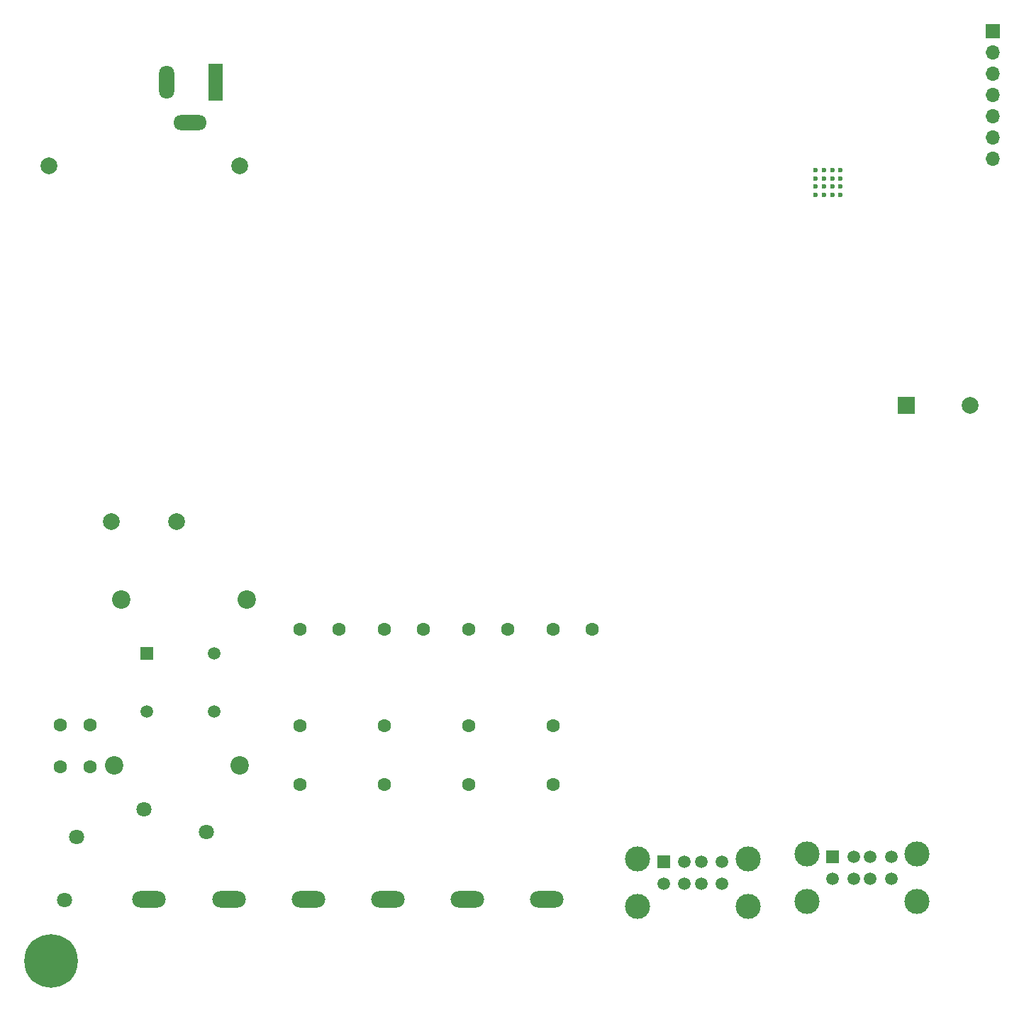
<source format=gbr>
%TF.GenerationSoftware,KiCad,Pcbnew,9.0.2*%
%TF.CreationDate,2025-09-14T14:50:59+07:00*%
%TF.ProjectId,train1,74726169-6e31-42e6-9b69-6361645f7063,rev?*%
%TF.SameCoordinates,Original*%
%TF.FileFunction,Copper,L2,Bot*%
%TF.FilePolarity,Positive*%
%FSLAX46Y46*%
G04 Gerber Fmt 4.6, Leading zero omitted, Abs format (unit mm)*
G04 Created by KiCad (PCBNEW 9.0.2) date 2025-09-14 14:50:59*
%MOMM*%
%LPD*%
G01*
G04 APERTURE LIST*
G04 Aperture macros list*
%AMOutline4P*
0 Free polygon, 4 corners , with rotation*
0 The origin of the aperture is its center*
0 number of corners: always 4*
0 $1 to $8 corner X, Y*
0 $9 Rotation angle, in degrees counterclockwise*
0 create outline with 4 corners*
4,1,4,$1,$2,$3,$4,$5,$6,$7,$8,$1,$2,$9*%
G04 Aperture macros list end*
%TA.AperFunction,ComponentPad*%
%ADD10R,2.000000X2.000000*%
%TD*%
%TA.AperFunction,ComponentPad*%
%ADD11C,2.000000*%
%TD*%
%TA.AperFunction,ComponentPad*%
%ADD12O,1.700000X1.700000*%
%TD*%
%TA.AperFunction,ComponentPad*%
%ADD13R,1.700000X1.700000*%
%TD*%
%TA.AperFunction,ComponentPad*%
%ADD14C,1.607998*%
%TD*%
%TA.AperFunction,ComponentPad*%
%ADD15C,1.600000*%
%TD*%
%TA.AperFunction,ComponentPad*%
%ADD16R,1.500000X1.500000*%
%TD*%
%TA.AperFunction,ComponentPad*%
%ADD17C,1.500000*%
%TD*%
%TA.AperFunction,ComponentPad*%
%ADD18C,3.000000*%
%TD*%
%TA.AperFunction,ComponentPad*%
%ADD19Outline4P,-0.750000X-0.750000X0.750000X-0.750000X0.750000X0.750000X-0.750000X0.750000X0.000000*%
%TD*%
%TA.AperFunction,ComponentPad*%
%ADD20C,2.200000*%
%TD*%
%TA.AperFunction,ComponentPad*%
%ADD21C,1.800000*%
%TD*%
%TA.AperFunction,ComponentPad*%
%ADD22C,0.600000*%
%TD*%
%TA.AperFunction,ComponentPad*%
%ADD23R,1.800000X4.400000*%
%TD*%
%TA.AperFunction,ComponentPad*%
%ADD24O,1.800000X4.000000*%
%TD*%
%TA.AperFunction,ComponentPad*%
%ADD25O,4.000000X1.800000*%
%TD*%
%TA.AperFunction,ComponentPad*%
%ADD26O,4.000000X2.000000*%
%TD*%
%TA.AperFunction,ComponentPad*%
%ADD27C,0.800000*%
%TD*%
%TA.AperFunction,ComponentPad*%
%ADD28C,6.400000*%
%TD*%
G04 APERTURE END LIST*
D10*
%TO.P,BZ1,1,-*%
%TO.N,+5V*%
X249100000Y-74600000D03*
D11*
%TO.P,BZ1,2,+*%
%TO.N,Net-(BZ1-+)*%
X256700000Y-74600000D03*
%TD*%
D12*
%TO.P,J5,7,Pin_7*%
%TO.N,+5V*%
X259400000Y-45140000D03*
%TO.P,J5,6,Pin_6*%
%TO.N,+3.3V*%
X259400000Y-42600000D03*
%TO.P,J5,5,Pin_5*%
%TO.N,/ESP32/ESP_BOOT*%
X259400000Y-40060000D03*
%TO.P,J5,4,Pin_4*%
%TO.N,/ESP32/ESP_RX*%
X259400000Y-37520000D03*
%TO.P,J5,3,Pin_3*%
%TO.N,/ESP32/ESP_TX*%
X259400000Y-34980000D03*
%TO.P,J5,2,Pin_2*%
%TO.N,/ESP32/ESP_RST*%
X259400000Y-32440000D03*
D13*
%TO.P,J5,1,Pin_1*%
%TO.N,GND*%
X259400000Y-29900000D03*
%TD*%
D14*
%TO.P,RL3,1,1*%
%TO.N,Net-(Q4-D)*%
X186766665Y-101400000D03*
%TO.P,RL3,2,2*%
%TO.N,/RELAY/RELAY1_OUT*%
X186766665Y-112900000D03*
%TO.P,RL3,3,3*%
%TO.N,Line   *%
X186766665Y-119899998D03*
%TO.P,RL3,4,4*%
%TO.N,+5V*%
X191466666Y-101400000D03*
%TD*%
D15*
%TO.P,C2,1*%
%TO.N,Net-(PS1-AC{slash}L)*%
X148050000Y-117800000D03*
%TO.P,C2,2*%
%TO.N,Earth*%
X148050000Y-112800000D03*
%TD*%
D11*
%TO.P,PS1,1,AC/L*%
%TO.N,Net-(PS1-AC{slash}L)*%
X154200000Y-88450000D03*
%TO.P,PS1,2,AC/N*%
%TO.N,Net-(PS1-AC{slash}N)*%
X162000000Y-88450000D03*
%TO.P,PS1,3,-Vout*%
%TO.N,GND*%
X146700000Y-45950000D03*
%TO.P,PS1,4,+Vout*%
%TO.N,+5V*%
X169500000Y-45950000D03*
%TD*%
D16*
%TO.P,J2,1,VBUS1*%
%TO.N,+5V_ISO*%
X220100000Y-129120000D03*
D17*
%TO.P,J2,2,D1-*%
%TO.N,/INPUT_OUTPUT_DIGI/IN2*%
X222600000Y-129120000D03*
%TO.P,J2,3,D1+*%
%TO.N,/INPUT_OUTPUT_DIGI/IN1*%
X224600000Y-129120000D03*
%TO.P,J2,4,GND1*%
%TO.N,GND_ISO*%
X227100000Y-129120000D03*
%TO.P,J2,5,VBUS2*%
%TO.N,+5V_ISO*%
X220100000Y-131740000D03*
%TO.P,J2,6,D2-*%
%TO.N,/INPUT_OUTPUT_DIGI/OUT2*%
X222600000Y-131740000D03*
%TO.P,J2,7,D2+*%
%TO.N,/INPUT_OUTPUT_DIGI/OUT1*%
X224600000Y-131740000D03*
%TO.P,J2,8,GND2*%
%TO.N,GND_ISO*%
X227100000Y-131740000D03*
D18*
%TO.P,J2,9,Shield*%
X217030000Y-128770000D03*
X217030000Y-134450000D03*
X230170000Y-128770000D03*
X230170000Y-134450000D03*
%TD*%
D19*
%TO.P,FL1,1,1*%
%TO.N,Neutral*%
X158450000Y-104200000D03*
D17*
%TO.P,FL1,2,2*%
%TO.N,Net-(PS1-AC{slash}N)*%
X158450000Y-111200000D03*
%TO.P,FL1,3,3*%
%TO.N,Net-(C1-Pad2)*%
X166450000Y-104200000D03*
%TO.P,FL1,4,4*%
%TO.N,Net-(PS1-AC{slash}L)*%
X166450000Y-111200000D03*
%TD*%
D14*
%TO.P,RL1,1,1*%
%TO.N,Net-(Q2-D)*%
X196833331Y-101400000D03*
%TO.P,RL1,2,2*%
%TO.N,/RELAY/RELAY2_OUT*%
X196833331Y-112900000D03*
%TO.P,RL1,3,3*%
%TO.N,Line   *%
X196833331Y-119899998D03*
%TO.P,RL1,4,4*%
%TO.N,+5V*%
X201533332Y-101400000D03*
%TD*%
D20*
%TO.P,C1,1*%
%TO.N,Neutral*%
X154490000Y-117590000D03*
%TO.P,C1,2*%
%TO.N,Net-(C1-Pad2)*%
X169490000Y-117590000D03*
%TD*%
%TO.P,C3,1*%
%TO.N,Net-(PS1-AC{slash}N)*%
X155390000Y-97810000D03*
%TO.P,C3,2*%
%TO.N,Net-(PS1-AC{slash}L)*%
X170390000Y-97810000D03*
%TD*%
D14*
%TO.P,RL4,1,1*%
%TO.N,Net-(Q5-D)*%
X176699999Y-101400000D03*
%TO.P,RL4,2,2*%
%TO.N,/RELAY/RELAY3_OUT*%
X176699999Y-112900000D03*
%TO.P,RL4,3,3*%
%TO.N,Line   *%
X176699999Y-119899998D03*
%TO.P,RL4,4,4*%
%TO.N,+5V*%
X181400000Y-101400000D03*
%TD*%
D21*
%TO.P,RV1,1*%
%TO.N,Neutral*%
X158050000Y-122850000D03*
%TO.P,RV1,2*%
%TO.N,Net-(C1-Pad2)*%
X165550000Y-125550000D03*
%TD*%
D22*
%TO.P,U10,39,GND*%
%TO.N,GND*%
X238250000Y-46475000D03*
X238250000Y-47475000D03*
X238250000Y-48475000D03*
X238250000Y-49475000D03*
X239250000Y-46475000D03*
X239250000Y-47475000D03*
X239250000Y-48475000D03*
X239250000Y-49475000D03*
X240250000Y-46475000D03*
X240250000Y-47475000D03*
X240250000Y-48475000D03*
X240250000Y-49475000D03*
X241250000Y-46475000D03*
X241250000Y-47475000D03*
X241250000Y-48475000D03*
X241250000Y-49475000D03*
%TD*%
D23*
%TO.P,J1,1*%
%TO.N,/Power/A*%
X166600000Y-36000000D03*
D24*
%TO.P,J1,2*%
%TO.N,GND*%
X160800000Y-36000000D03*
D25*
X163600000Y-40800000D03*
%TD*%
D14*
%TO.P,RL2,1,1*%
%TO.N,Net-(Q3-D)*%
X206899999Y-101400000D03*
%TO.P,RL2,2,2*%
%TO.N,/RELAY/RELAY_4_CURRENT*%
X206899999Y-112900000D03*
%TO.P,RL2,3,3*%
%TO.N,Line   *%
X206899999Y-119899998D03*
%TO.P,RL2,4,4*%
%TO.N,+5V*%
X211600000Y-101400000D03*
%TD*%
D21*
%TO.P,F1,1*%
%TO.N,Line   *%
X148600000Y-133700000D03*
%TO.P,F1,2*%
%TO.N,Net-(C1-Pad2)*%
X150000000Y-126200000D03*
%TD*%
D16*
%TO.P,J4,1,VBUS1*%
%TO.N,Net-(J4-VBUS1)*%
X240300000Y-128520000D03*
D17*
%TO.P,J4,2,D1-*%
%TO.N,/ESP32/ESP.SDA*%
X242800000Y-128520000D03*
%TO.P,J4,3,D1+*%
%TO.N,/ESP32/ESP.SCL*%
X244800000Y-128520000D03*
%TO.P,J4,4,GND1*%
%TO.N,GND*%
X247300000Y-128520000D03*
%TO.P,J4,5,VBUS2*%
%TO.N,+5V*%
X240300000Y-131140000D03*
%TO.P,J4,6,D2-*%
%TO.N,/ESP32/ESP_CO2_TX*%
X242800000Y-131140000D03*
%TO.P,J4,7,D2+*%
%TO.N,/ESP32/ESP_CO2_RX*%
X244800000Y-131140000D03*
%TO.P,J4,8,GND2*%
%TO.N,GND*%
X247300000Y-131140000D03*
D18*
%TO.P,J4,9,Shield*%
X237230000Y-128170000D03*
X237230000Y-133850000D03*
X250370000Y-128170000D03*
X250370000Y-133850000D03*
%TD*%
D26*
%TO.P,J3,1,Pin_1*%
%TO.N,Neutral*%
X158700000Y-133600000D03*
%TO.P,J3,2,Pin_2*%
%TO.N,Line   *%
X168200000Y-133600000D03*
%TO.P,J3,3,Pin_3*%
%TO.N,/RELAY/RELAY1_OUT*%
X177700000Y-133600000D03*
%TO.P,J3,4,Pin_4*%
%TO.N,/RELAY/RELAY2_OUT*%
X187200000Y-133600000D03*
%TO.P,J3,5,Pin_5*%
%TO.N,/RELAY/RELAY3_OUT*%
X196700000Y-133600000D03*
%TO.P,J3,6,Pin_6*%
%TO.N,/RELAY/RELAY4_OUT*%
X206200000Y-133600000D03*
%TD*%
D27*
%TO.P,H1,1,1*%
%TO.N,Earth*%
X144600000Y-141000000D03*
X145302944Y-139302944D03*
X145302944Y-142697056D03*
X147000000Y-138600000D03*
D28*
X147000000Y-141000000D03*
D27*
X147000000Y-143400000D03*
X148697056Y-139302944D03*
X148697056Y-142697056D03*
X149400000Y-141000000D03*
%TD*%
D15*
%TO.P,C4,1*%
%TO.N,Earth*%
X151600000Y-117800000D03*
%TO.P,C4,2*%
%TO.N,Net-(PS1-AC{slash}N)*%
X151600000Y-112800000D03*
%TD*%
M02*

</source>
